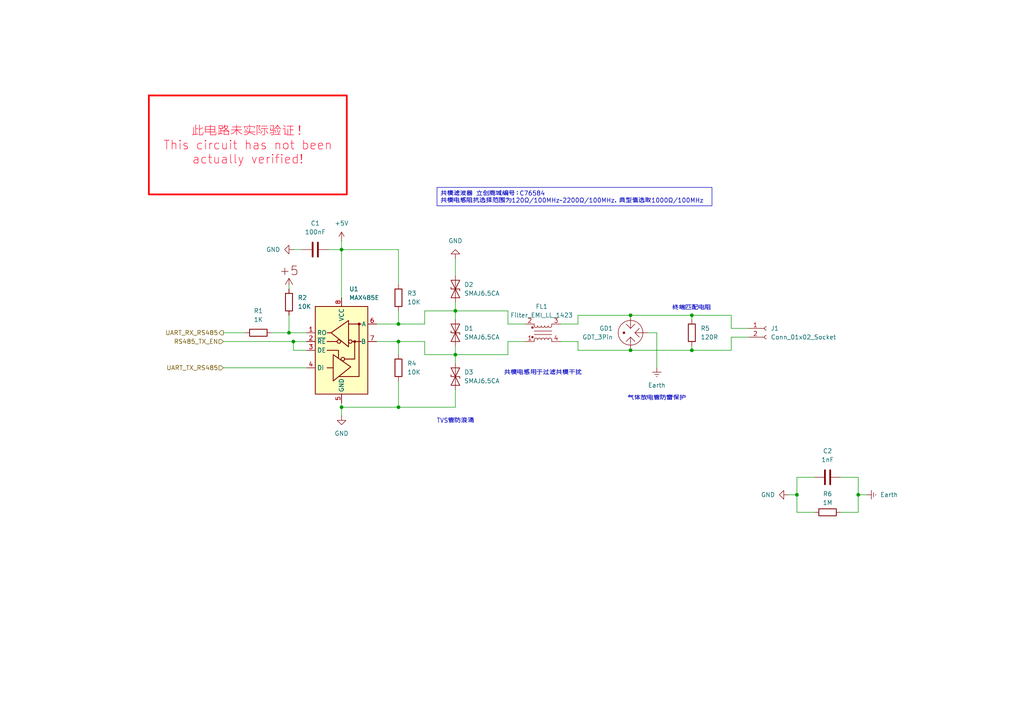
<source format=kicad_sch>
(kicad_sch (version 20231120) (generator "eeschema") (generator_version "8.0")
  (paper "A4")
  (lib_symbols
    (symbol "Connector:Conn_01x02_Socket" (pin_names (offset 1.016) hide)
      (property "Reference" "J" (at 0 2.54 0))
      (property "Value" "Conn_01x02_Socket" (at 0 -5.08 0))
      (symbol "Conn_01x02_Socket_1_1"
        (arc (start 0 -2.032) (mid -0.5058 -2.54) (end 0 -3.048) (stroke (width 0.1524)))
        (polyline (pts (xy -1.27 -2.54) (xy -0.508 -2.54)) (stroke (width 0.1524)))
        (polyline (pts (xy -1.27 0) (xy -0.508 0)) (stroke (width 0.1524)))
        (arc (start 0 0.508) (mid -0.5058 0) (end 0 -0.508) (stroke (width 0.1524)))
        (pin passive line (at -5.08 0 0) (length 3.81) (name "Pin_1") (number "1"))
        (pin passive line (at -5.08 -2.54 0) (length 3.81) (name "Pin_2") (number "2"))
      )
    )
    (symbol "Device:C" (pin_numbers hide) (pin_names (offset 0.254))
      (property "Reference" "C" (at 0.635 2.54 0))
      (property "Value" "C" (at 0.635 -2.54 0))
      (symbol "C_0_1"
        (polyline (pts (xy -2.032 -0.762) (xy 2.032 -0.762)) (stroke (width 0.508)))
        (polyline (pts (xy -2.032 0.762) (xy 2.032 0.762)) (stroke (width 0.508)))
      )
      (symbol "C_1_1"
        (pin passive line (at 0 3.81 270) (length 2.794) (name "~") (number "1"))
        (pin passive line (at 0 -3.81 90) (length 2.794) (name "~") (number "2"))
      )
    )
    (symbol "Device:Filter_EMI_LL_1423" (pin_names hide)
      (property "Reference" "FL" (at 0 4.445 0))
      (property "Value" "Filter_EMI_LL_1423" (at 0 -4.445 0))
      (symbol "Filter_EMI_LL_1423_0_1"
        (circle (center -3.048 -1.27) (radius 0.254) (fill (type outline)))
        (circle (center -3.048 1.524) (radius 0.254) (fill (type outline)))
        (arc (start -2.54 2.032) (mid -2.032 1.5262) (end -1.524 2.032))
        (arc (start -1.524 -2.032) (mid -2.032 -1.5262) (end -2.54 -2.032))
        (arc (start -1.524 2.032) (mid -1.016 1.5262) (end -0.508 2.032))
        (arc (start -0.508 -2.032) (mid -1.016 -1.5262) (end -1.524 -2.032))
        (arc (start -0.508 2.032) (mid 0 1.5262) (end 0.508 2.032))
        (polyline (pts (xy -2.54 -2.032) (xy -2.54 -2.54)))
        (polyline (pts (xy -2.54 0.508) (xy 2.54 0.508)))
        (polyline (pts (xy -2.54 2.032) (xy -2.54 2.54)))
        (polyline (pts (xy 2.54 -2.032) (xy 2.54 -2.54)))
        (polyline (pts (xy 2.54 -0.508) (xy -2.54 -0.508)))
        (polyline (pts (xy 2.54 2.54) (xy 2.54 2.032)))
        (arc (start 0.508 -2.032) (mid 0 -1.5262) (end -0.508 -2.032))
        (arc (start 0.508 2.032) (mid 1.016 1.5262) (end 1.524 2.032))
        (arc (start 1.524 -2.032) (mid 1.016 -1.5262) (end 0.508 -2.032))
        (arc (start 1.524 2.032) (mid 2.032 1.5262) (end 2.54 2.032))
        (arc (start 2.54 -2.032) (mid 2.032 -1.5262) (end 1.524 -2.032))
      )
      (symbol "Filter_EMI_LL_1423_1_1"
        (pin passive line (at -5.08 -2.54 0) (length 2.54) (name "1") (number "1"))
        (pin passive line (at -5.08 2.54 0) (length 2.54) (name "2") (number "2"))
        (pin passive line (at 5.08 2.54 180) (length 2.54) (name "3") (number "3"))
        (pin passive line (at 5.08 -2.54 180) (length 2.54) (name "4") (number "4"))
      )
    )
    (symbol "Device:GDT_3Pin" (pin_numbers hide)
      (property "Reference" "GD" (at 5.08 0 90))
      (property "Value" "GDT_3Pin" (at 7.62 0 90))
      (symbol "GDT_3Pin_0_1"
        (polyline (pts (xy -2.54 0) (xy -1.27 0)))
        (polyline (pts (xy 0 -2.54) (xy 0 -1.27)))
        (polyline (pts (xy 0 -1.27) (xy -1.27 -2.54)))
        (polyline (pts (xy 0 -1.27) (xy 1.27 -2.54)))
        (polyline (pts (xy 0 1.27) (xy -1.27 2.54)))
        (polyline (pts (xy 0 1.27) (xy 1.27 2.54)))
        (polyline (pts (xy 0 2.54) (xy 0 1.27)))
        (polyline (pts (xy -2.54 1.27) (xy -1.27 0) (xy -2.54 -1.27)))
        (circle (center 0 0) (radius 3.5814))
        (circle (center 1.905 0) (radius 0.127))
        (circle (center 1.905 0) (radius 0.127))
        (circle (center 1.905 0) (radius 0.2794))
        (circle (center 2.032 0) (radius 0.127))
      )
      (symbol "GDT_3Pin_1_1"
        (pin passive line (at 0 -5.08 90) (length 2.54) (name "~") (number "1"))
        (pin passive line (at -5.08 0 0) (length 2.54) (name "~") (number "2"))
        (pin passive line (at 0 5.08 270) (length 2.54) (name "~") (number "3"))
      )
    )
    (symbol "Device:R" (pin_numbers hide) (pin_names (offset 0))
      (property "Reference" "R" (at 2.032 0 90))
      (property "Value" "R" (at 0 0 90))
      (symbol "R_0_1"
        (rectangle (start -1.016 -2.54) (end 1.016 2.54) (stroke (width 0.254)))
      )
      (symbol "R_1_1"
        (pin passive line (at 0 3.81 270) (length 1.27) (name "~") (number "1"))
        (pin passive line (at 0 -3.81 90) (length 1.27) (name "~") (number "2"))
      )
    )
    (symbol "Diode:SMAJ6.5CA" (pin_numbers hide) (pin_names (offset 1.016) hide)
      (property "Reference" "D" (at 0 2.54 0))
      (property "Value" "SMAJ6.5CA" (at 0 -2.54 0))
      (symbol "SMAJ6.5CA_0_1"
        (polyline (pts (xy 1.27 0) (xy -1.27 0)))
        (polyline (pts (xy -2.54 -1.27) (xy 0 0) (xy -2.54 1.27) (xy -2.54 -1.27)) (stroke (width 0.2032)))
        (polyline (pts (xy 0.508 1.27) (xy 0 1.27) (xy 0 -1.27) (xy -0.508 -1.27)) (stroke (width 0.2032)))
        (polyline (pts (xy 2.54 1.27) (xy 2.54 -1.27) (xy 0 0) (xy 2.54 1.27)) (stroke (width 0.2032)))
      )
      (symbol "SMAJ6.5CA_1_1"
        (pin passive line (at -3.81 0 0) (length 2.54) (name "A1") (number "1"))
        (pin passive line (at 3.81 0 180) (length 2.54) (name "A2") (number "2"))
      )
    )
    (symbol "Interface_UART:MAX485E"
      (property "Reference" "U" (at -6.985 13.97 0))
      (property "Value" "MAX485E" (at 1.905 13.97 0))
      (symbol "MAX485E_0_1"
        (rectangle (start -7.62 12.7) (end 7.62 -12.7) (stroke (width 0.254)) (fill (type background)))
        (polyline (pts (xy -4.191 2.54) (xy -1.27 2.54)) (stroke (width 0.254)))
        (polyline (pts (xy -2.54 -5.08) (xy -4.191 -5.08)) (stroke (width 0.254)))
        (polyline (pts (xy -0.635 -7.62) (xy 5.08 -7.62)) (stroke (width 0.254)))
        (polyline (pts (xy 0.889 -2.54) (xy 3.81 -2.54)) (stroke (width 0.254)))
        (polyline (pts (xy 2.032 7.62) (xy 5.715 7.62)) (stroke (width 0.254)))
        (polyline (pts (xy 3.048 2.54) (xy 5.715 2.54)) (stroke (width 0.254)))
        (polyline (pts (xy 3.81 -2.54) (xy 3.81 2.54)) (stroke (width 0.254)))
        (polyline (pts (xy 5.08 -7.62) (xy 5.08 7.62)) (stroke (width 0.254)))
        (polyline (pts (xy -4.191 0) (xy -0.889 0) (xy -0.889 -2.286)) (stroke (width 0.254)))
        (polyline (pts (xy -3.175 5.08) (xy -4.191 5.08) (xy -4.064 5.08)) (stroke (width 0.254)))
        (polyline (pts (xy -2.413 -5.08) (xy -2.413 -1.27) (xy 2.667 -4.826) (xy -2.413 -8.89) (xy -2.413 -5.08)) (stroke (width 0.254)))
        (circle (center 0.381 -2.54) (radius 0.508) (stroke (width 0.254)))
        (circle (center 3.81 2.54) (radius 0.2794) (stroke (width 0.254)) (fill (type outline)))
      )
      (symbol "MAX485E_1_1"
        (circle (center -0.762 2.54) (radius 0.508) (stroke (width 0.254)))
        (polyline (pts (xy 2.032 4.826) (xy 2.032 8.636) (xy -3.048 5.08) (xy 2.032 1.016) (xy 2.032 4.826)) (stroke (width 0.254)))
        (circle (center 2.54 2.54) (radius 0.508) (stroke (width 0.254)))
        (circle (center 5.08 7.62) (radius 0.2794) (stroke (width 0.254)) (fill (type outline)))
        (pin output line (at -10.16 5.08 0) (length 2.54) (name "RO") (number "1"))
        (pin input line (at -10.16 2.54 0) (length 2.54) (name "~{RE}") (number "2"))
        (pin input line (at -10.16 0 0) (length 2.54) (name "DE") (number "3"))
        (pin input line (at -10.16 -5.08 0) (length 2.54) (name "DI") (number "4"))
        (pin power_in line (at 0 -15.24 90) (length 2.54) (name "GND") (number "5"))
        (pin bidirectional line (at 10.16 7.62 180) (length 2.54) (name "A") (number "6"))
        (pin bidirectional line (at 10.16 2.54 180) (length 2.54) (name "B") (number "7"))
        (pin power_in line (at 0 15.24 270) (length 2.54) (name "VCC") (number "8"))
      )
    )
    (symbol "PCM_Generic:P,+5" (power) (pin_numbers hide) (pin_names (offset 1.27) hide)
      (symbol "P,+5_1_1"
        (polyline (pts (xy 0 0) (xy 0 1.8288)))
        (polyline (pts (xy -1.0668 0) (xy 0 1.8288) (xy 1.0668 0)))
        (text "+5" (at 0 2.54 0) (effects (font (size 2.54 2.54)) (justify bottom)))
        (pin power_in line (at 0 0 0) (length 0) hide (name "+5") (number "0"))
      )
    )
    (symbol "power:+5V" (power) (pin_numbers hide) (pin_names (offset 0) hide)
      (property "Value" "+5V" (at 0 3.556 0))
      (symbol "+5V_0_1"
        (polyline (pts (xy -0.762 1.27) (xy 0 2.54)))
        (polyline (pts (xy 0 0) (xy 0 2.54)))
        (polyline (pts (xy 0 2.54) (xy 0.762 1.27)))
      )
      (symbol "+5V_1_1"
        (pin power_in line (at 0 0 90) (length 0) (name "~") (number "1"))
      )
    )
    (symbol "power:Earth" (power) (pin_numbers hide) (pin_names (offset 0) hide)
      (property "Value" "Earth" (at 0 -3.81 0))
      (symbol "Earth_0_1"
        (polyline (pts (xy -0.635 -1.905) (xy 0.635 -1.905)))
        (polyline (pts (xy -0.127 -2.54) (xy 0.127 -2.54)))
        (polyline (pts (xy 0 -1.27) (xy 0 0)))
        (polyline (pts (xy 1.27 -1.27) (xy -1.27 -1.27)))
      )
      (symbol "Earth_1_1"
        (pin power_in line (at 0 0 270) (length 0) (name "~") (number "1"))
      )
    )
    (symbol "power:GND" (power) (pin_numbers hide) (pin_names (offset 0) hide)
      (property "Value" "GND" (at 0 -3.81 0))
      (symbol "GND_0_1"
        (polyline (pts (xy 0 0) (xy 0 -1.27) (xy 1.27 -1.27) (xy 0 -2.54) (xy -1.27 -1.27) (xy 0 -1.27)))
      )
      (symbol "GND_1_1"
        (pin power_in line (at 0 0 270) (length 0) (name "~") (number "1"))
      )
    )
  )
  (junction (at 132.08 90.17))
  (junction (at 99.06 118.11))
  (junction (at 182.88 101.6))
  (junction (at 115.57 93.98))
  (junction (at 200.66 91.44))
  (junction (at 248.92 143.51))
  (junction (at 182.88 91.44))
  (junction (at 231.14 143.51))
  (junction (at 83.82 96.52))
  (junction (at 115.57 118.11))
  (junction (at 200.66 101.6))
  (junction (at 85.09 99.06))
  (junction (at 99.06 72.39))
  (junction (at 132.08 102.87))
  (junction (at 115.57 99.06))
  (wire (pts (xy 109.22 93.98) (xy 115.57 93.98)))
  (wire (pts (xy 132.08 100.33) (xy 132.08 102.87)))
  (wire (pts (xy 212.09 95.25) (xy 217.17 95.25)))
  (wire (pts (xy 132.08 90.17) (xy 132.08 92.71)))
  (wire (pts (xy 167.64 91.44) (xy 182.88 91.44)))
  (wire (pts (xy 167.64 101.6) (xy 182.88 101.6)))
  (wire (pts (xy 99.06 72.39) (xy 99.06 86.36)))
  (wire (pts (xy 236.22 148.59) (xy 231.14 148.59)))
  (wire (pts (xy 162.56 99.06) (xy 167.64 99.06)))
  (wire (pts (xy 115.57 99.06) (xy 115.57 102.87)))
  (wire (pts (xy 115.57 72.39) (xy 99.06 72.39)))
  (wire (pts (xy 236.22 138.43) (xy 231.14 138.43)))
  (wire (pts (xy 115.57 110.49) (xy 115.57 118.11)))
  (wire (pts (xy 167.64 99.06) (xy 167.64 101.6)))
  (wire (pts (xy 123.19 93.98) (xy 115.57 93.98)))
  (wire (pts (xy 132.08 113.03) (xy 132.08 118.11)))
  (wire (pts (xy 132.08 102.87) (xy 147.32 102.87)))
  (wire (pts (xy 152.4 93.98) (xy 147.32 93.98)))
  (wire (pts (xy 95.25 72.39) (xy 99.06 72.39)))
  (wire (pts (xy 115.57 93.98) (xy 115.57 90.17)))
  (wire (pts (xy 85.09 99.06) (xy 88.9 99.06)))
  (wire (pts (xy 115.57 82.55) (xy 115.57 72.39)))
  (wire (pts (xy 243.84 138.43) (xy 248.92 138.43)))
  (wire (pts (xy 88.9 101.6) (xy 85.09 101.6)))
  (wire (pts (xy 132.08 90.17) (xy 123.19 90.17)))
  (wire (pts (xy 64.77 96.52) (xy 71.12 96.52)))
  (wire (pts (xy 83.82 96.52) (xy 88.9 96.52)))
  (wire (pts (xy 99.06 69.85) (xy 99.06 72.39)))
  (wire (pts (xy 182.88 101.6) (xy 200.66 101.6)))
  (wire (pts (xy 132.08 74.93) (xy 132.08 80.01)))
  (wire (pts (xy 200.66 91.44) (xy 212.09 91.44)))
  (wire (pts (xy 147.32 102.87) (xy 147.32 99.06)))
  (wire (pts (xy 167.64 93.98) (xy 167.64 91.44)))
  (wire (pts (xy 190.5 96.52) (xy 187.96 96.52)))
  (wire (pts (xy 99.06 118.11) (xy 99.06 116.84)))
  (wire (pts (xy 78.74 96.52) (xy 83.82 96.52)))
  (wire (pts (xy 115.57 118.11) (xy 99.06 118.11)))
  (wire (pts (xy 83.82 82.55) (xy 83.82 83.82)))
  (wire (pts (xy 182.88 91.44) (xy 200.66 91.44)))
  (wire (pts (xy 212.09 97.79) (xy 217.17 97.79)))
  (wire (pts (xy 123.19 99.06) (xy 115.57 99.06)))
  (wire (pts (xy 132.08 105.41) (xy 132.08 102.87)))
  (wire (pts (xy 200.66 91.44) (xy 200.66 92.71)))
  (wire (pts (xy 64.77 99.06) (xy 85.09 99.06)))
  (wire (pts (xy 162.56 93.98) (xy 167.64 93.98)))
  (wire (pts (xy 109.22 99.06) (xy 115.57 99.06)))
  (wire (pts (xy 85.09 101.6) (xy 85.09 99.06)))
  (wire (pts (xy 231.14 143.51) (xy 228.6 143.51)))
  (wire (pts (xy 190.5 96.52) (xy 190.5 106.68)))
  (wire (pts (xy 248.92 138.43) (xy 248.92 143.51)))
  (wire (pts (xy 147.32 99.06) (xy 152.4 99.06)))
  (wire (pts (xy 123.19 90.17) (xy 123.19 93.98)))
  (wire (pts (xy 248.92 148.59) (xy 248.92 143.51)))
  (wire (pts (xy 231.14 148.59) (xy 231.14 143.51)))
  (wire (pts (xy 132.08 118.11) (xy 115.57 118.11)))
  (wire (pts (xy 85.09 72.39) (xy 87.63 72.39)))
  (wire (pts (xy 231.14 138.43) (xy 231.14 143.51)))
  (wire (pts (xy 147.32 90.17) (xy 132.08 90.17)))
  (wire (pts (xy 132.08 87.63) (xy 132.08 90.17)))
  (wire (pts (xy 147.32 93.98) (xy 147.32 90.17)))
  (wire (pts (xy 83.82 91.44) (xy 83.82 96.52)))
  (wire (pts (xy 212.09 101.6) (xy 212.09 97.79)))
  (wire (pts (xy 243.84 148.59) (xy 248.92 148.59)))
  (wire (pts (xy 132.08 102.87) (xy 123.19 102.87)))
  (wire (pts (xy 212.09 91.44) (xy 212.09 95.25)))
  (wire (pts (xy 200.66 100.33) (xy 200.66 101.6)))
  (wire (pts (xy 200.66 101.6) (xy 212.09 101.6)))
  (wire (pts (xy 99.06 120.65) (xy 99.06 118.11)))
  (wire (pts (xy 123.19 102.87) (xy 123.19 99.06)))
  (wire (pts (xy 64.77 106.68) (xy 88.9 106.68)))
  (wire (pts (xy 251.46 143.51) (xy 248.92 143.51)))
  (text_box "此电路未实际验证！\nThis circuit has not been actually verified!" (at 43.18 27.686 0) (size 57.404 28.702) (stroke (width 0.508) (color 255 6 8 1)) (effects (font (size 2.54 2.54))))
  (text_box "共模滤波器 立创商城编号：C76584\n共模电感阻抗选择范围为120Ω/100MHz~2200Ω/100MHz，典型值选取1000Ω/100MHz" (exclude_from_sim yes) (at 126.746 54.356 0) (size 79.756 5.334) (effects (font (size 1.27 1.27)) (justify left top)))
  (text "终端匹配电阻" (at 200.66 89.408 0) (effects (font (size 1.27 1.27))))
  (text "TVS管防浪涌" (at 132.08 122.174 0) (effects (font (size 1.27 1.27))))
  (text "气体放电管防雷保护" (at 190.5 115.57 0) (effects (font (size 1.27 1.27))))
  (text "共模电感用于过滤共模干扰" (at 157.48 108.204 0) (effects (font (size 1.27 1.27))))
  (hierarchical_label "RS485_TX_EN" (shape input) (at 64.77 99.06 180))
  (hierarchical_label "UART_TX_RS485" (shape input) (at 64.77 106.68 180))
  (hierarchical_label "UART_RX_RS485" (shape output) (at 64.77 96.52 180))
  (symbol (lib_id "power:+5V") (at 99.06 69.85 0) (unit 1)
    (property "Reference" "#PWR02" (effects (hide yes)))
    (property "Value" "+5V" (at 99.06 64.77 0))
    (property "Description" "Power symbol creates a global label with name \"+5V\"" (effects (hide yes)))
  )
  (symbol (lib_id "Device:R") (at 74.93 96.52 90) (unit 1)
    (property "Reference" "R1" (at 74.93 90.17 90))
    (property "Value" "1K" (at 74.93 92.71 90))
    (property "Footprint" "Resistor_SMD:R_0805_2012Metric" (effects (hide yes)))
    (property "Description" "Resistor" (effects (hide yes)))
  )
  (symbol (lib_id "power:GND") (at 85.09 72.39 270) (unit 1)
    (property "Reference" "#PWR04" (effects (hide yes)))
    (property "Value" "GND" (at 81.28 72.3899 90) (effects (justify right)))
    (property "Description" "Power symbol creates a global label with name \"GND\" , ground" (effects (hide yes)))
  )
  (symbol (lib_id "PCM_Generic:P,+5") (at 83.82 82.55 0) (unit 1)
    (property "Reference" "#PWR03" (effects (hide yes)))
    (property "Value" "P,+5" (effects (hide yes)))
    (property "Description" "+5 positive potential/voltage (global DC power supply node)" (effects (hide yes)))
  )
  (symbol (lib_id "Device:R") (at 83.82 87.63 180) (unit 1)
    (property "Reference" "R2" (at 86.36 86.3599 0) (effects (justify right)))
    (property "Value" "10K" (at 86.36 88.8999 0) (effects (justify right)))
    (property "Footprint" "Resistor_SMD:R_0805_2012Metric" (effects (hide yes)))
    (property "Description" "Resistor" (effects (hide yes)))
  )
  (symbol (lib_id "power:GND") (at 99.06 120.65 0) (unit 1)
    (property "Reference" "#PWR01" (effects (hide yes)))
    (property "Value" "GND" (at 99.06 125.73 0))
    (property "Description" "Power symbol creates a global label with name \"GND\" , ground" (effects (hide yes)))
  )
  (symbol (lib_id "Device:R") (at 115.57 106.68 180) (unit 1)
    (property "Reference" "R4" (at 118.11 105.4099 0) (effects (justify right)))
    (property "Value" "10K" (at 118.11 107.9499 0) (effects (justify right)))
    (property "Footprint" "Resistor_SMD:R_0805_2012Metric" (effects (hide yes)))
    (property "Description" "Resistor" (effects (hide yes)))
  )
  (symbol (lib_id "Device:C") (at 91.44 72.39 90) (unit 1)
    (property "Reference" "C1" (at 91.44 64.77 90))
    (property "Value" "100nF" (at 91.44 67.31 90))
    (property "Footprint" "Capacitor_SMD:C_0805_2012Metric" (effects (hide yes)))
    (property "Description" "Unpolarized capacitor" (effects (hide yes)))
  )
  (symbol (lib_id "Device:R") (at 115.57 86.36 180) (unit 1)
    (property "Reference" "R3" (at 118.11 85.0899 0) (effects (justify right)))
    (property "Value" "10K" (at 118.11 87.6299 0) (effects (justify right)))
    (property "Footprint" "Resistor_SMD:R_0805_2012Metric" (effects (hide yes)))
    (property "Description" "Resistor" (effects (hide yes)))
  )
  (symbol (lib_id "Diode:SMAJ6.5CA") (at 132.08 96.52 90) (unit 1)
    (property "Reference" "D1" (at 134.62 95.2499 90) (effects (justify right)))
    (property "Value" "SMAJ6.5CA" (at 134.62 97.7899 90) (effects (justify right)))
    (property "Footprint" "Diode_SMD:D_SMA" (effects (hide yes)))
    (property "Datasheet" "https://www.littelfuse.com/media?resourcetype=datasheets&itemid=75e32973-b177-4ee3-a0ff-cedaf1abdb93&filename=smaj-datasheet" (effects (hide yes)))
    (property "Description" "400W bidirectional Transient Voltage Suppressor, 6.5Vr, SMA(DO-214AC)" (effects (hide yes)))
  )
  (symbol (lib_id "Connector:Conn_01x02_Socket") (at 222.25 95.25 0) (unit 1)
    (property "Reference" "J1" (at 223.52 95.2499 0) (effects (justify left)))
    (property "Value" "Conn_01x02_Socket" (at 223.52 97.7899 0) (effects (justify left)))
    (property "Description" "Generic connector, single row, 01x02, script generated" (effects (hide yes)))
  )
  (symbol (lib_id "Device:GDT_3Pin") (at 182.88 96.52 180) (unit 1)
    (property "Reference" "GD1" (at 177.8 95.2499 0) (effects (justify left)))
    (property "Value" "GDT_3Pin" (at 177.8 97.7899 0) (effects (justify left)))
    (property "Description" "Gas Discharge Tube with 3 Pins" (effects (hide yes)))
  )
  (symbol (lib_id "Interface_UART:MAX485E") (at 99.06 101.6 0) (unit 1)
    (property "Reference" "U1" (at 101.2541 83.82 0) (effects (justify left)))
    (property "Value" "MAX485E" (at 101.2541 86.36 0) (effects (justify left)))
    (property "Footprint" "Package_SO:SOIC-8_3.9x4.9mm_P1.27mm" (effects (hide yes)))
    (property "Datasheet" "https://datasheets.maximintegrated.com/en/ds/MAX1487E-MAX491E.pdf" (effects (hide yes)))
    (property "Description" "Half duplex RS-485/RS-422, 2.5 Mbps, ±15kV electro-static discharge (ESD) protection, no slew-rate, no low-power shutdown, with receiver/driver enable, 32 receiver drive capability, DIP-8 and SOIC-8" (effects (hide yes)))
  )
  (symbol (lib_id "power:Earth") (at 251.46 143.51 90) (unit 1)
    (property "Reference" "#PWR08" (effects (hide yes)))
    (property "Value" "Earth" (at 255.27 143.5099 90) (effects (justify right)))
    (property "Description" "Power symbol creates a global label with name \"Earth\"" (effects (hide yes)))
  )
  (symbol (lib_id "Device:C") (at 240.03 138.43 90) (unit 1)
    (property "Reference" "C2" (at 240.03 130.81 90))
    (property "Value" "1nF" (at 240.03 133.35 90))
    (property "Footprint" "Capacitor_SMD:C_0805_2012Metric" (effects (hide yes)))
    (property "Description" "Unpolarized capacitor" (effects (hide yes)))
  )
  (symbol (lib_id "Device:R") (at 240.03 148.59 270) (unit 1)
    (property "Reference" "R6" (at 240.03 143.256 90))
    (property "Value" "1M" (at 240.03 145.796 90))
    (property "Footprint" "Resistor_SMD:R_0805_2012Metric" (effects (hide yes)))
    (property "Description" "Resistor" (effects (hide yes)))
  )
  (symbol (lib_id "Diode:SMAJ6.5CA") (at 132.08 109.22 90) (unit 1)
    (property "Reference" "D3" (at 134.62 107.9499 90) (effects (justify right)))
    (property "Value" "SMAJ6.5CA" (at 134.62 110.4899 90) (effects (justify right)))
    (property "Footprint" "Diode_SMD:D_SMA" (effects (hide yes)))
    (property "Datasheet" "https://www.littelfuse.com/media?resourcetype=datasheets&itemid=75e32973-b177-4ee3-a0ff-cedaf1abdb93&filename=smaj-datasheet" (effects (hide yes)))
    (property "Description" "400W bidirectional Transient Voltage Suppressor, 6.5Vr, SMA(DO-214AC)" (effects (hide yes)))
  )
  (symbol (lib_id "power:Earth") (at 190.5 106.68 0) (unit 1)
    (property "Reference" "#PWR06" (effects (hide yes)))
    (property "Value" "Earth" (at 190.5 111.76 0))
    (property "Description" "Power symbol creates a global label with name \"Earth\"" (effects (hide yes)))
  )
  (symbol (lib_id "power:GND") (at 132.08 74.93 180) (unit 1)
    (property "Reference" "#PWR05" (effects (hide yes)))
    (property "Value" "GND" (at 132.08 69.85 0))
    (property "Description" "Power symbol creates a global label with name \"GND\" , ground" (effects (hide yes)))
  )
  (symbol (lib_id "Device:Filter_EMI_LL_1423") (at 157.48 96.52 0) (unit 1)
    (property "Reference" "FL1" (at 157.099 88.9 0))
    (property "Value" "Filter_EMI_LL_1423" (at 157.099 91.44 0))
    (property "Description" "EMI 2-inductor filter, pin-connections 1-4 and 2-3" (effects (hide yes)))
  )
  (symbol (lib_id "Device:R") (at 200.66 96.52 180) (unit 1)
    (property "Reference" "R5" (at 203.2 95.2499 0) (effects (justify right)))
    (property "Value" "120R" (at 203.2 97.7899 0) (effects (justify right)))
    (property "Footprint" "Resistor_SMD:R_0805_2012Metric" (effects (hide yes)))
    (property "Description" "Resistor" (effects (hide yes)))
  )
  (symbol (lib_id "Diode:SMAJ6.5CA") (at 132.08 83.82 90) (unit 1)
    (property "Reference" "D2" (at 134.62 82.5499 90) (effects (justify right)))
    (property "Value" "SMAJ6.5CA" (at 134.62 85.0899 90) (effects (justify right)))
    (property "Footprint" "Diode_SMD:D_SMA" (effects (hide yes)))
    (property "Datasheet" "https://www.littelfuse.com/media?resourcetype=datasheets&itemid=75e32973-b177-4ee3-a0ff-cedaf1abdb93&filename=smaj-datasheet" (effects (hide yes)))
    (property "Description" "400W bidirectional Transient Voltage Suppressor, 6.5Vr, SMA(DO-214AC)" (effects (hide yes)))
  )
  (symbol (lib_id "power:GND") (at 228.6 143.51 270) (unit 1)
    (property "Reference" "#PWR07" (effects (hide yes)))
    (property "Value" "GND" (at 224.79 143.5099 90) (effects (justify right)))
    (property "Description" "Power symbol creates a global label with name \"GND\" , ground" (effects (hide yes)))
  )
)
</source>
